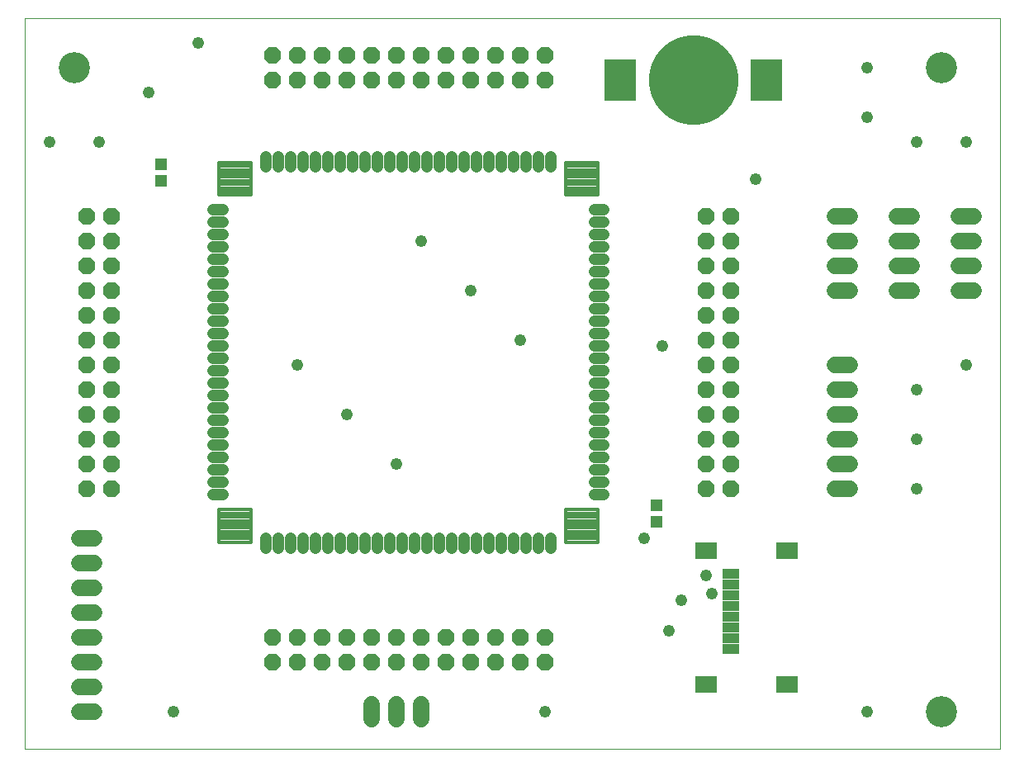
<source format=gts>
G75*
%MOIN*%
%OFA0B0*%
%FSLAX25Y25*%
%IPPOS*%
%LPD*%
%AMOC8*
5,1,8,0,0,1.08239X$1,22.5*
%
%ADD10C,0.00000*%
%ADD11C,0.12611*%
%ADD12C,0.06800*%
%ADD13OC8,0.06800*%
%ADD14C,0.01458*%
%ADD15C,0.04769*%
%ADD16C,0.36233*%
%ADD17R,0.12611X0.16548*%
%ADD18R,0.08674X0.06509*%
%ADD19R,0.06706X0.03950*%
%ADD20R,0.04737X0.05131*%
%ADD21C,0.04762*%
D10*
X0002200Y0007200D02*
X0002200Y0302161D01*
X0395901Y0302161D01*
X0395901Y0007200D01*
X0002200Y0007200D01*
X0016294Y0282200D02*
X0016296Y0282353D01*
X0016302Y0282507D01*
X0016312Y0282660D01*
X0016326Y0282812D01*
X0016344Y0282965D01*
X0016366Y0283116D01*
X0016391Y0283267D01*
X0016421Y0283418D01*
X0016455Y0283568D01*
X0016492Y0283716D01*
X0016533Y0283864D01*
X0016578Y0284010D01*
X0016627Y0284156D01*
X0016680Y0284300D01*
X0016736Y0284442D01*
X0016796Y0284583D01*
X0016860Y0284723D01*
X0016927Y0284861D01*
X0016998Y0284997D01*
X0017073Y0285131D01*
X0017150Y0285263D01*
X0017232Y0285393D01*
X0017316Y0285521D01*
X0017404Y0285647D01*
X0017495Y0285770D01*
X0017589Y0285891D01*
X0017687Y0286009D01*
X0017787Y0286125D01*
X0017891Y0286238D01*
X0017997Y0286349D01*
X0018106Y0286457D01*
X0018218Y0286562D01*
X0018332Y0286663D01*
X0018450Y0286762D01*
X0018569Y0286858D01*
X0018691Y0286951D01*
X0018816Y0287040D01*
X0018943Y0287127D01*
X0019072Y0287209D01*
X0019203Y0287289D01*
X0019336Y0287365D01*
X0019471Y0287438D01*
X0019608Y0287507D01*
X0019747Y0287572D01*
X0019887Y0287634D01*
X0020029Y0287692D01*
X0020172Y0287747D01*
X0020317Y0287798D01*
X0020463Y0287845D01*
X0020610Y0287888D01*
X0020758Y0287927D01*
X0020907Y0287963D01*
X0021057Y0287994D01*
X0021208Y0288022D01*
X0021359Y0288046D01*
X0021512Y0288066D01*
X0021664Y0288082D01*
X0021817Y0288094D01*
X0021970Y0288102D01*
X0022123Y0288106D01*
X0022277Y0288106D01*
X0022430Y0288102D01*
X0022583Y0288094D01*
X0022736Y0288082D01*
X0022888Y0288066D01*
X0023041Y0288046D01*
X0023192Y0288022D01*
X0023343Y0287994D01*
X0023493Y0287963D01*
X0023642Y0287927D01*
X0023790Y0287888D01*
X0023937Y0287845D01*
X0024083Y0287798D01*
X0024228Y0287747D01*
X0024371Y0287692D01*
X0024513Y0287634D01*
X0024653Y0287572D01*
X0024792Y0287507D01*
X0024929Y0287438D01*
X0025064Y0287365D01*
X0025197Y0287289D01*
X0025328Y0287209D01*
X0025457Y0287127D01*
X0025584Y0287040D01*
X0025709Y0286951D01*
X0025831Y0286858D01*
X0025950Y0286762D01*
X0026068Y0286663D01*
X0026182Y0286562D01*
X0026294Y0286457D01*
X0026403Y0286349D01*
X0026509Y0286238D01*
X0026613Y0286125D01*
X0026713Y0286009D01*
X0026811Y0285891D01*
X0026905Y0285770D01*
X0026996Y0285647D01*
X0027084Y0285521D01*
X0027168Y0285393D01*
X0027250Y0285263D01*
X0027327Y0285131D01*
X0027402Y0284997D01*
X0027473Y0284861D01*
X0027540Y0284723D01*
X0027604Y0284583D01*
X0027664Y0284442D01*
X0027720Y0284300D01*
X0027773Y0284156D01*
X0027822Y0284010D01*
X0027867Y0283864D01*
X0027908Y0283716D01*
X0027945Y0283568D01*
X0027979Y0283418D01*
X0028009Y0283267D01*
X0028034Y0283116D01*
X0028056Y0282965D01*
X0028074Y0282812D01*
X0028088Y0282660D01*
X0028098Y0282507D01*
X0028104Y0282353D01*
X0028106Y0282200D01*
X0028104Y0282047D01*
X0028098Y0281893D01*
X0028088Y0281740D01*
X0028074Y0281588D01*
X0028056Y0281435D01*
X0028034Y0281284D01*
X0028009Y0281133D01*
X0027979Y0280982D01*
X0027945Y0280832D01*
X0027908Y0280684D01*
X0027867Y0280536D01*
X0027822Y0280390D01*
X0027773Y0280244D01*
X0027720Y0280100D01*
X0027664Y0279958D01*
X0027604Y0279817D01*
X0027540Y0279677D01*
X0027473Y0279539D01*
X0027402Y0279403D01*
X0027327Y0279269D01*
X0027250Y0279137D01*
X0027168Y0279007D01*
X0027084Y0278879D01*
X0026996Y0278753D01*
X0026905Y0278630D01*
X0026811Y0278509D01*
X0026713Y0278391D01*
X0026613Y0278275D01*
X0026509Y0278162D01*
X0026403Y0278051D01*
X0026294Y0277943D01*
X0026182Y0277838D01*
X0026068Y0277737D01*
X0025950Y0277638D01*
X0025831Y0277542D01*
X0025709Y0277449D01*
X0025584Y0277360D01*
X0025457Y0277273D01*
X0025328Y0277191D01*
X0025197Y0277111D01*
X0025064Y0277035D01*
X0024929Y0276962D01*
X0024792Y0276893D01*
X0024653Y0276828D01*
X0024513Y0276766D01*
X0024371Y0276708D01*
X0024228Y0276653D01*
X0024083Y0276602D01*
X0023937Y0276555D01*
X0023790Y0276512D01*
X0023642Y0276473D01*
X0023493Y0276437D01*
X0023343Y0276406D01*
X0023192Y0276378D01*
X0023041Y0276354D01*
X0022888Y0276334D01*
X0022736Y0276318D01*
X0022583Y0276306D01*
X0022430Y0276298D01*
X0022277Y0276294D01*
X0022123Y0276294D01*
X0021970Y0276298D01*
X0021817Y0276306D01*
X0021664Y0276318D01*
X0021512Y0276334D01*
X0021359Y0276354D01*
X0021208Y0276378D01*
X0021057Y0276406D01*
X0020907Y0276437D01*
X0020758Y0276473D01*
X0020610Y0276512D01*
X0020463Y0276555D01*
X0020317Y0276602D01*
X0020172Y0276653D01*
X0020029Y0276708D01*
X0019887Y0276766D01*
X0019747Y0276828D01*
X0019608Y0276893D01*
X0019471Y0276962D01*
X0019336Y0277035D01*
X0019203Y0277111D01*
X0019072Y0277191D01*
X0018943Y0277273D01*
X0018816Y0277360D01*
X0018691Y0277449D01*
X0018569Y0277542D01*
X0018450Y0277638D01*
X0018332Y0277737D01*
X0018218Y0277838D01*
X0018106Y0277943D01*
X0017997Y0278051D01*
X0017891Y0278162D01*
X0017787Y0278275D01*
X0017687Y0278391D01*
X0017589Y0278509D01*
X0017495Y0278630D01*
X0017404Y0278753D01*
X0017316Y0278879D01*
X0017232Y0279007D01*
X0017150Y0279137D01*
X0017073Y0279269D01*
X0016998Y0279403D01*
X0016927Y0279539D01*
X0016860Y0279677D01*
X0016796Y0279817D01*
X0016736Y0279958D01*
X0016680Y0280100D01*
X0016627Y0280244D01*
X0016578Y0280390D01*
X0016533Y0280536D01*
X0016492Y0280684D01*
X0016455Y0280832D01*
X0016421Y0280982D01*
X0016391Y0281133D01*
X0016366Y0281284D01*
X0016344Y0281435D01*
X0016326Y0281588D01*
X0016312Y0281740D01*
X0016302Y0281893D01*
X0016296Y0282047D01*
X0016294Y0282200D01*
X0366294Y0282200D02*
X0366296Y0282353D01*
X0366302Y0282507D01*
X0366312Y0282660D01*
X0366326Y0282812D01*
X0366344Y0282965D01*
X0366366Y0283116D01*
X0366391Y0283267D01*
X0366421Y0283418D01*
X0366455Y0283568D01*
X0366492Y0283716D01*
X0366533Y0283864D01*
X0366578Y0284010D01*
X0366627Y0284156D01*
X0366680Y0284300D01*
X0366736Y0284442D01*
X0366796Y0284583D01*
X0366860Y0284723D01*
X0366927Y0284861D01*
X0366998Y0284997D01*
X0367073Y0285131D01*
X0367150Y0285263D01*
X0367232Y0285393D01*
X0367316Y0285521D01*
X0367404Y0285647D01*
X0367495Y0285770D01*
X0367589Y0285891D01*
X0367687Y0286009D01*
X0367787Y0286125D01*
X0367891Y0286238D01*
X0367997Y0286349D01*
X0368106Y0286457D01*
X0368218Y0286562D01*
X0368332Y0286663D01*
X0368450Y0286762D01*
X0368569Y0286858D01*
X0368691Y0286951D01*
X0368816Y0287040D01*
X0368943Y0287127D01*
X0369072Y0287209D01*
X0369203Y0287289D01*
X0369336Y0287365D01*
X0369471Y0287438D01*
X0369608Y0287507D01*
X0369747Y0287572D01*
X0369887Y0287634D01*
X0370029Y0287692D01*
X0370172Y0287747D01*
X0370317Y0287798D01*
X0370463Y0287845D01*
X0370610Y0287888D01*
X0370758Y0287927D01*
X0370907Y0287963D01*
X0371057Y0287994D01*
X0371208Y0288022D01*
X0371359Y0288046D01*
X0371512Y0288066D01*
X0371664Y0288082D01*
X0371817Y0288094D01*
X0371970Y0288102D01*
X0372123Y0288106D01*
X0372277Y0288106D01*
X0372430Y0288102D01*
X0372583Y0288094D01*
X0372736Y0288082D01*
X0372888Y0288066D01*
X0373041Y0288046D01*
X0373192Y0288022D01*
X0373343Y0287994D01*
X0373493Y0287963D01*
X0373642Y0287927D01*
X0373790Y0287888D01*
X0373937Y0287845D01*
X0374083Y0287798D01*
X0374228Y0287747D01*
X0374371Y0287692D01*
X0374513Y0287634D01*
X0374653Y0287572D01*
X0374792Y0287507D01*
X0374929Y0287438D01*
X0375064Y0287365D01*
X0375197Y0287289D01*
X0375328Y0287209D01*
X0375457Y0287127D01*
X0375584Y0287040D01*
X0375709Y0286951D01*
X0375831Y0286858D01*
X0375950Y0286762D01*
X0376068Y0286663D01*
X0376182Y0286562D01*
X0376294Y0286457D01*
X0376403Y0286349D01*
X0376509Y0286238D01*
X0376613Y0286125D01*
X0376713Y0286009D01*
X0376811Y0285891D01*
X0376905Y0285770D01*
X0376996Y0285647D01*
X0377084Y0285521D01*
X0377168Y0285393D01*
X0377250Y0285263D01*
X0377327Y0285131D01*
X0377402Y0284997D01*
X0377473Y0284861D01*
X0377540Y0284723D01*
X0377604Y0284583D01*
X0377664Y0284442D01*
X0377720Y0284300D01*
X0377773Y0284156D01*
X0377822Y0284010D01*
X0377867Y0283864D01*
X0377908Y0283716D01*
X0377945Y0283568D01*
X0377979Y0283418D01*
X0378009Y0283267D01*
X0378034Y0283116D01*
X0378056Y0282965D01*
X0378074Y0282812D01*
X0378088Y0282660D01*
X0378098Y0282507D01*
X0378104Y0282353D01*
X0378106Y0282200D01*
X0378104Y0282047D01*
X0378098Y0281893D01*
X0378088Y0281740D01*
X0378074Y0281588D01*
X0378056Y0281435D01*
X0378034Y0281284D01*
X0378009Y0281133D01*
X0377979Y0280982D01*
X0377945Y0280832D01*
X0377908Y0280684D01*
X0377867Y0280536D01*
X0377822Y0280390D01*
X0377773Y0280244D01*
X0377720Y0280100D01*
X0377664Y0279958D01*
X0377604Y0279817D01*
X0377540Y0279677D01*
X0377473Y0279539D01*
X0377402Y0279403D01*
X0377327Y0279269D01*
X0377250Y0279137D01*
X0377168Y0279007D01*
X0377084Y0278879D01*
X0376996Y0278753D01*
X0376905Y0278630D01*
X0376811Y0278509D01*
X0376713Y0278391D01*
X0376613Y0278275D01*
X0376509Y0278162D01*
X0376403Y0278051D01*
X0376294Y0277943D01*
X0376182Y0277838D01*
X0376068Y0277737D01*
X0375950Y0277638D01*
X0375831Y0277542D01*
X0375709Y0277449D01*
X0375584Y0277360D01*
X0375457Y0277273D01*
X0375328Y0277191D01*
X0375197Y0277111D01*
X0375064Y0277035D01*
X0374929Y0276962D01*
X0374792Y0276893D01*
X0374653Y0276828D01*
X0374513Y0276766D01*
X0374371Y0276708D01*
X0374228Y0276653D01*
X0374083Y0276602D01*
X0373937Y0276555D01*
X0373790Y0276512D01*
X0373642Y0276473D01*
X0373493Y0276437D01*
X0373343Y0276406D01*
X0373192Y0276378D01*
X0373041Y0276354D01*
X0372888Y0276334D01*
X0372736Y0276318D01*
X0372583Y0276306D01*
X0372430Y0276298D01*
X0372277Y0276294D01*
X0372123Y0276294D01*
X0371970Y0276298D01*
X0371817Y0276306D01*
X0371664Y0276318D01*
X0371512Y0276334D01*
X0371359Y0276354D01*
X0371208Y0276378D01*
X0371057Y0276406D01*
X0370907Y0276437D01*
X0370758Y0276473D01*
X0370610Y0276512D01*
X0370463Y0276555D01*
X0370317Y0276602D01*
X0370172Y0276653D01*
X0370029Y0276708D01*
X0369887Y0276766D01*
X0369747Y0276828D01*
X0369608Y0276893D01*
X0369471Y0276962D01*
X0369336Y0277035D01*
X0369203Y0277111D01*
X0369072Y0277191D01*
X0368943Y0277273D01*
X0368816Y0277360D01*
X0368691Y0277449D01*
X0368569Y0277542D01*
X0368450Y0277638D01*
X0368332Y0277737D01*
X0368218Y0277838D01*
X0368106Y0277943D01*
X0367997Y0278051D01*
X0367891Y0278162D01*
X0367787Y0278275D01*
X0367687Y0278391D01*
X0367589Y0278509D01*
X0367495Y0278630D01*
X0367404Y0278753D01*
X0367316Y0278879D01*
X0367232Y0279007D01*
X0367150Y0279137D01*
X0367073Y0279269D01*
X0366998Y0279403D01*
X0366927Y0279539D01*
X0366860Y0279677D01*
X0366796Y0279817D01*
X0366736Y0279958D01*
X0366680Y0280100D01*
X0366627Y0280244D01*
X0366578Y0280390D01*
X0366533Y0280536D01*
X0366492Y0280684D01*
X0366455Y0280832D01*
X0366421Y0280982D01*
X0366391Y0281133D01*
X0366366Y0281284D01*
X0366344Y0281435D01*
X0366326Y0281588D01*
X0366312Y0281740D01*
X0366302Y0281893D01*
X0366296Y0282047D01*
X0366294Y0282200D01*
X0366294Y0022200D02*
X0366296Y0022353D01*
X0366302Y0022507D01*
X0366312Y0022660D01*
X0366326Y0022812D01*
X0366344Y0022965D01*
X0366366Y0023116D01*
X0366391Y0023267D01*
X0366421Y0023418D01*
X0366455Y0023568D01*
X0366492Y0023716D01*
X0366533Y0023864D01*
X0366578Y0024010D01*
X0366627Y0024156D01*
X0366680Y0024300D01*
X0366736Y0024442D01*
X0366796Y0024583D01*
X0366860Y0024723D01*
X0366927Y0024861D01*
X0366998Y0024997D01*
X0367073Y0025131D01*
X0367150Y0025263D01*
X0367232Y0025393D01*
X0367316Y0025521D01*
X0367404Y0025647D01*
X0367495Y0025770D01*
X0367589Y0025891D01*
X0367687Y0026009D01*
X0367787Y0026125D01*
X0367891Y0026238D01*
X0367997Y0026349D01*
X0368106Y0026457D01*
X0368218Y0026562D01*
X0368332Y0026663D01*
X0368450Y0026762D01*
X0368569Y0026858D01*
X0368691Y0026951D01*
X0368816Y0027040D01*
X0368943Y0027127D01*
X0369072Y0027209D01*
X0369203Y0027289D01*
X0369336Y0027365D01*
X0369471Y0027438D01*
X0369608Y0027507D01*
X0369747Y0027572D01*
X0369887Y0027634D01*
X0370029Y0027692D01*
X0370172Y0027747D01*
X0370317Y0027798D01*
X0370463Y0027845D01*
X0370610Y0027888D01*
X0370758Y0027927D01*
X0370907Y0027963D01*
X0371057Y0027994D01*
X0371208Y0028022D01*
X0371359Y0028046D01*
X0371512Y0028066D01*
X0371664Y0028082D01*
X0371817Y0028094D01*
X0371970Y0028102D01*
X0372123Y0028106D01*
X0372277Y0028106D01*
X0372430Y0028102D01*
X0372583Y0028094D01*
X0372736Y0028082D01*
X0372888Y0028066D01*
X0373041Y0028046D01*
X0373192Y0028022D01*
X0373343Y0027994D01*
X0373493Y0027963D01*
X0373642Y0027927D01*
X0373790Y0027888D01*
X0373937Y0027845D01*
X0374083Y0027798D01*
X0374228Y0027747D01*
X0374371Y0027692D01*
X0374513Y0027634D01*
X0374653Y0027572D01*
X0374792Y0027507D01*
X0374929Y0027438D01*
X0375064Y0027365D01*
X0375197Y0027289D01*
X0375328Y0027209D01*
X0375457Y0027127D01*
X0375584Y0027040D01*
X0375709Y0026951D01*
X0375831Y0026858D01*
X0375950Y0026762D01*
X0376068Y0026663D01*
X0376182Y0026562D01*
X0376294Y0026457D01*
X0376403Y0026349D01*
X0376509Y0026238D01*
X0376613Y0026125D01*
X0376713Y0026009D01*
X0376811Y0025891D01*
X0376905Y0025770D01*
X0376996Y0025647D01*
X0377084Y0025521D01*
X0377168Y0025393D01*
X0377250Y0025263D01*
X0377327Y0025131D01*
X0377402Y0024997D01*
X0377473Y0024861D01*
X0377540Y0024723D01*
X0377604Y0024583D01*
X0377664Y0024442D01*
X0377720Y0024300D01*
X0377773Y0024156D01*
X0377822Y0024010D01*
X0377867Y0023864D01*
X0377908Y0023716D01*
X0377945Y0023568D01*
X0377979Y0023418D01*
X0378009Y0023267D01*
X0378034Y0023116D01*
X0378056Y0022965D01*
X0378074Y0022812D01*
X0378088Y0022660D01*
X0378098Y0022507D01*
X0378104Y0022353D01*
X0378106Y0022200D01*
X0378104Y0022047D01*
X0378098Y0021893D01*
X0378088Y0021740D01*
X0378074Y0021588D01*
X0378056Y0021435D01*
X0378034Y0021284D01*
X0378009Y0021133D01*
X0377979Y0020982D01*
X0377945Y0020832D01*
X0377908Y0020684D01*
X0377867Y0020536D01*
X0377822Y0020390D01*
X0377773Y0020244D01*
X0377720Y0020100D01*
X0377664Y0019958D01*
X0377604Y0019817D01*
X0377540Y0019677D01*
X0377473Y0019539D01*
X0377402Y0019403D01*
X0377327Y0019269D01*
X0377250Y0019137D01*
X0377168Y0019007D01*
X0377084Y0018879D01*
X0376996Y0018753D01*
X0376905Y0018630D01*
X0376811Y0018509D01*
X0376713Y0018391D01*
X0376613Y0018275D01*
X0376509Y0018162D01*
X0376403Y0018051D01*
X0376294Y0017943D01*
X0376182Y0017838D01*
X0376068Y0017737D01*
X0375950Y0017638D01*
X0375831Y0017542D01*
X0375709Y0017449D01*
X0375584Y0017360D01*
X0375457Y0017273D01*
X0375328Y0017191D01*
X0375197Y0017111D01*
X0375064Y0017035D01*
X0374929Y0016962D01*
X0374792Y0016893D01*
X0374653Y0016828D01*
X0374513Y0016766D01*
X0374371Y0016708D01*
X0374228Y0016653D01*
X0374083Y0016602D01*
X0373937Y0016555D01*
X0373790Y0016512D01*
X0373642Y0016473D01*
X0373493Y0016437D01*
X0373343Y0016406D01*
X0373192Y0016378D01*
X0373041Y0016354D01*
X0372888Y0016334D01*
X0372736Y0016318D01*
X0372583Y0016306D01*
X0372430Y0016298D01*
X0372277Y0016294D01*
X0372123Y0016294D01*
X0371970Y0016298D01*
X0371817Y0016306D01*
X0371664Y0016318D01*
X0371512Y0016334D01*
X0371359Y0016354D01*
X0371208Y0016378D01*
X0371057Y0016406D01*
X0370907Y0016437D01*
X0370758Y0016473D01*
X0370610Y0016512D01*
X0370463Y0016555D01*
X0370317Y0016602D01*
X0370172Y0016653D01*
X0370029Y0016708D01*
X0369887Y0016766D01*
X0369747Y0016828D01*
X0369608Y0016893D01*
X0369471Y0016962D01*
X0369336Y0017035D01*
X0369203Y0017111D01*
X0369072Y0017191D01*
X0368943Y0017273D01*
X0368816Y0017360D01*
X0368691Y0017449D01*
X0368569Y0017542D01*
X0368450Y0017638D01*
X0368332Y0017737D01*
X0368218Y0017838D01*
X0368106Y0017943D01*
X0367997Y0018051D01*
X0367891Y0018162D01*
X0367787Y0018275D01*
X0367687Y0018391D01*
X0367589Y0018509D01*
X0367495Y0018630D01*
X0367404Y0018753D01*
X0367316Y0018879D01*
X0367232Y0019007D01*
X0367150Y0019137D01*
X0367073Y0019269D01*
X0366998Y0019403D01*
X0366927Y0019539D01*
X0366860Y0019677D01*
X0366796Y0019817D01*
X0366736Y0019958D01*
X0366680Y0020100D01*
X0366627Y0020244D01*
X0366578Y0020390D01*
X0366533Y0020536D01*
X0366492Y0020684D01*
X0366455Y0020832D01*
X0366421Y0020982D01*
X0366391Y0021133D01*
X0366366Y0021284D01*
X0366344Y0021435D01*
X0366326Y0021588D01*
X0366312Y0021740D01*
X0366302Y0021893D01*
X0366296Y0022047D01*
X0366294Y0022200D01*
D11*
X0372200Y0022200D03*
X0372200Y0282200D03*
X0022200Y0282200D03*
D12*
X0024200Y0092200D02*
X0030200Y0092200D01*
X0030200Y0082200D02*
X0024200Y0082200D01*
X0024200Y0072200D02*
X0030200Y0072200D01*
X0030200Y0062200D02*
X0024200Y0062200D01*
X0024200Y0052200D02*
X0030200Y0052200D01*
X0030200Y0042200D02*
X0024200Y0042200D01*
X0024200Y0032200D02*
X0030200Y0032200D01*
X0030200Y0022200D02*
X0024200Y0022200D01*
X0142200Y0019200D02*
X0142200Y0025200D01*
X0152200Y0025200D02*
X0152200Y0019200D01*
X0162200Y0019200D02*
X0162200Y0025200D01*
X0329200Y0112200D02*
X0335200Y0112200D01*
X0335200Y0122200D02*
X0329200Y0122200D01*
X0329200Y0132200D02*
X0335200Y0132200D01*
X0335200Y0142200D02*
X0329200Y0142200D01*
X0329200Y0152200D02*
X0335200Y0152200D01*
X0335200Y0162200D02*
X0329200Y0162200D01*
X0329200Y0192200D02*
X0335200Y0192200D01*
X0335200Y0202200D02*
X0329200Y0202200D01*
X0329200Y0212200D02*
X0335200Y0212200D01*
X0335200Y0222200D02*
X0329200Y0222200D01*
X0354200Y0222200D02*
X0360200Y0222200D01*
X0360200Y0212200D02*
X0354200Y0212200D01*
X0354200Y0202200D02*
X0360200Y0202200D01*
X0360200Y0192200D02*
X0354200Y0192200D01*
X0379200Y0192200D02*
X0385200Y0192200D01*
X0385200Y0202200D02*
X0379200Y0202200D01*
X0379200Y0212200D02*
X0385200Y0212200D01*
X0385200Y0222200D02*
X0379200Y0222200D01*
D13*
X0287200Y0222200D03*
X0277200Y0222200D03*
X0277200Y0212200D03*
X0287200Y0212200D03*
X0287200Y0202200D03*
X0277200Y0202200D03*
X0277200Y0192200D03*
X0287200Y0192200D03*
X0287200Y0182200D03*
X0277200Y0182200D03*
X0277200Y0172200D03*
X0287200Y0172200D03*
X0287200Y0162200D03*
X0277200Y0162200D03*
X0277200Y0152200D03*
X0287200Y0152200D03*
X0287200Y0142200D03*
X0277200Y0142200D03*
X0277200Y0132200D03*
X0287200Y0132200D03*
X0287200Y0122200D03*
X0277200Y0122200D03*
X0277200Y0112200D03*
X0287200Y0112200D03*
X0212200Y0052200D03*
X0212200Y0042200D03*
X0202200Y0042200D03*
X0192200Y0042200D03*
X0192200Y0052200D03*
X0202200Y0052200D03*
X0182200Y0052200D03*
X0172200Y0052200D03*
X0172200Y0042200D03*
X0182200Y0042200D03*
X0162200Y0042200D03*
X0152200Y0042200D03*
X0152200Y0052200D03*
X0162200Y0052200D03*
X0142200Y0052200D03*
X0132200Y0052200D03*
X0132200Y0042200D03*
X0142200Y0042200D03*
X0122200Y0042200D03*
X0112200Y0042200D03*
X0112200Y0052200D03*
X0122200Y0052200D03*
X0102200Y0052200D03*
X0102200Y0042200D03*
X0037200Y0112200D03*
X0037200Y0122200D03*
X0037200Y0132200D03*
X0037200Y0142200D03*
X0037200Y0152200D03*
X0037200Y0162200D03*
X0037200Y0172200D03*
X0027200Y0172200D03*
X0027200Y0162200D03*
X0027200Y0152200D03*
X0027200Y0142200D03*
X0027200Y0132200D03*
X0027200Y0122200D03*
X0027200Y0112200D03*
X0027200Y0182200D03*
X0027200Y0192200D03*
X0027200Y0202200D03*
X0027200Y0212200D03*
X0027200Y0222200D03*
X0037200Y0222200D03*
X0037200Y0212200D03*
X0037200Y0202200D03*
X0037200Y0192200D03*
X0037200Y0182200D03*
X0102200Y0277200D03*
X0102200Y0287200D03*
X0112200Y0287200D03*
X0122200Y0287200D03*
X0122200Y0277200D03*
X0112200Y0277200D03*
X0132200Y0277200D03*
X0142200Y0277200D03*
X0142200Y0287200D03*
X0132200Y0287200D03*
X0152200Y0287200D03*
X0162200Y0287200D03*
X0162200Y0277200D03*
X0152200Y0277200D03*
X0172200Y0277200D03*
X0182200Y0277200D03*
X0182200Y0287200D03*
X0172200Y0287200D03*
X0192200Y0287200D03*
X0202200Y0287200D03*
X0202200Y0277200D03*
X0192200Y0277200D03*
X0212200Y0277200D03*
X0212200Y0287200D03*
D14*
X0220718Y0230718D02*
X0233840Y0230718D01*
X0220718Y0230718D02*
X0220718Y0243840D01*
X0233840Y0243840D01*
X0233840Y0230718D01*
X0233840Y0232175D02*
X0220718Y0232175D01*
X0220718Y0233632D02*
X0233840Y0233632D01*
X0233840Y0235089D02*
X0220718Y0235089D01*
X0220718Y0236546D02*
X0233840Y0236546D01*
X0233840Y0238003D02*
X0220718Y0238003D01*
X0220718Y0239460D02*
X0233840Y0239460D01*
X0233840Y0240917D02*
X0220718Y0240917D01*
X0220718Y0242374D02*
X0233840Y0242374D01*
X0233840Y0243831D02*
X0220718Y0243831D01*
X0093682Y0230718D02*
X0080560Y0230718D01*
X0080560Y0243840D01*
X0093682Y0243840D01*
X0093682Y0230718D01*
X0093682Y0232175D02*
X0080560Y0232175D01*
X0080560Y0233632D02*
X0093682Y0233632D01*
X0093682Y0235089D02*
X0080560Y0235089D01*
X0080560Y0236546D02*
X0093682Y0236546D01*
X0093682Y0238003D02*
X0080560Y0238003D01*
X0080560Y0239460D02*
X0093682Y0239460D01*
X0093682Y0240917D02*
X0080560Y0240917D01*
X0080560Y0242374D02*
X0093682Y0242374D01*
X0093682Y0243831D02*
X0080560Y0243831D01*
X0080560Y0090560D02*
X0093682Y0090560D01*
X0080560Y0090560D02*
X0080560Y0103682D01*
X0093682Y0103682D01*
X0093682Y0090560D01*
X0093682Y0092017D02*
X0080560Y0092017D01*
X0080560Y0093474D02*
X0093682Y0093474D01*
X0093682Y0094931D02*
X0080560Y0094931D01*
X0080560Y0096388D02*
X0093682Y0096388D01*
X0093682Y0097845D02*
X0080560Y0097845D01*
X0080560Y0099302D02*
X0093682Y0099302D01*
X0093682Y0100759D02*
X0080560Y0100759D01*
X0080560Y0102216D02*
X0093682Y0102216D01*
X0093682Y0103673D02*
X0080560Y0103673D01*
X0220718Y0090560D02*
X0233840Y0090560D01*
X0220718Y0090560D02*
X0220718Y0103682D01*
X0233840Y0103682D01*
X0233840Y0090560D01*
X0233840Y0092017D02*
X0220718Y0092017D01*
X0220718Y0093474D02*
X0233840Y0093474D01*
X0233840Y0094931D02*
X0220718Y0094931D01*
X0220718Y0096388D02*
X0233840Y0096388D01*
X0233840Y0097845D02*
X0220718Y0097845D01*
X0220718Y0099302D02*
X0233840Y0099302D01*
X0233840Y0100759D02*
X0220718Y0100759D01*
X0220718Y0102216D02*
X0233840Y0102216D01*
X0233840Y0103673D02*
X0220718Y0103673D01*
D15*
X0232200Y0109700D02*
X0236169Y0109700D01*
X0236169Y0114700D02*
X0232200Y0114700D01*
X0232200Y0119700D02*
X0236169Y0119700D01*
X0236169Y0124700D02*
X0232200Y0124700D01*
X0232200Y0129700D02*
X0236169Y0129700D01*
X0236169Y0134700D02*
X0232200Y0134700D01*
X0232200Y0139700D02*
X0236169Y0139700D01*
X0236169Y0144700D02*
X0232200Y0144700D01*
X0232200Y0149700D02*
X0236169Y0149700D01*
X0236169Y0154700D02*
X0232200Y0154700D01*
X0232200Y0159700D02*
X0236169Y0159700D01*
X0236169Y0164700D02*
X0232200Y0164700D01*
X0232200Y0169700D02*
X0236169Y0169700D01*
X0236169Y0174700D02*
X0232200Y0174700D01*
X0232200Y0179700D02*
X0236169Y0179700D01*
X0236169Y0184700D02*
X0232200Y0184700D01*
X0232200Y0189700D02*
X0236169Y0189700D01*
X0236169Y0194700D02*
X0232200Y0194700D01*
X0232200Y0199700D02*
X0236169Y0199700D01*
X0236169Y0204700D02*
X0232200Y0204700D01*
X0232200Y0209700D02*
X0236169Y0209700D01*
X0236169Y0214700D02*
X0232200Y0214700D01*
X0232200Y0219700D02*
X0236169Y0219700D01*
X0236169Y0224700D02*
X0232200Y0224700D01*
X0214700Y0242200D02*
X0214700Y0246169D01*
X0209700Y0246169D02*
X0209700Y0242200D01*
X0204700Y0242200D02*
X0204700Y0246169D01*
X0199700Y0246169D02*
X0199700Y0242200D01*
X0194700Y0242200D02*
X0194700Y0246169D01*
X0189700Y0246169D02*
X0189700Y0242200D01*
X0184700Y0242200D02*
X0184700Y0246169D01*
X0179700Y0246169D02*
X0179700Y0242200D01*
X0174700Y0242200D02*
X0174700Y0246169D01*
X0169700Y0246169D02*
X0169700Y0242200D01*
X0164700Y0242200D02*
X0164700Y0246169D01*
X0159700Y0246169D02*
X0159700Y0242200D01*
X0154700Y0242200D02*
X0154700Y0246169D01*
X0149700Y0246169D02*
X0149700Y0242200D01*
X0144700Y0242200D02*
X0144700Y0246169D01*
X0139700Y0246169D02*
X0139700Y0242200D01*
X0134700Y0242200D02*
X0134700Y0246169D01*
X0129700Y0246169D02*
X0129700Y0242200D01*
X0124700Y0242200D02*
X0124700Y0246169D01*
X0119700Y0246169D02*
X0119700Y0242200D01*
X0114700Y0242200D02*
X0114700Y0246169D01*
X0109700Y0246169D02*
X0109700Y0242200D01*
X0104700Y0242200D02*
X0104700Y0246169D01*
X0099700Y0246169D02*
X0099700Y0242200D01*
X0082200Y0224700D02*
X0078231Y0224700D01*
X0078231Y0219700D02*
X0082200Y0219700D01*
X0082200Y0214700D02*
X0078231Y0214700D01*
X0078231Y0209700D02*
X0082200Y0209700D01*
X0082200Y0204700D02*
X0078231Y0204700D01*
X0078231Y0199700D02*
X0082200Y0199700D01*
X0082200Y0194700D02*
X0078231Y0194700D01*
X0078231Y0189700D02*
X0082200Y0189700D01*
X0082200Y0184700D02*
X0078231Y0184700D01*
X0078231Y0179700D02*
X0082200Y0179700D01*
X0082200Y0174700D02*
X0078231Y0174700D01*
X0078231Y0169700D02*
X0082200Y0169700D01*
X0082200Y0164700D02*
X0078231Y0164700D01*
X0078231Y0159700D02*
X0082200Y0159700D01*
X0082200Y0154700D02*
X0078231Y0154700D01*
X0078231Y0149700D02*
X0082200Y0149700D01*
X0082200Y0144700D02*
X0078231Y0144700D01*
X0078231Y0139700D02*
X0082200Y0139700D01*
X0082200Y0134700D02*
X0078231Y0134700D01*
X0078231Y0129700D02*
X0082200Y0129700D01*
X0082200Y0124700D02*
X0078231Y0124700D01*
X0078231Y0119700D02*
X0082200Y0119700D01*
X0082200Y0114700D02*
X0078231Y0114700D01*
X0078231Y0109700D02*
X0082200Y0109700D01*
X0099700Y0092200D02*
X0099700Y0088231D01*
X0104700Y0088231D02*
X0104700Y0092200D01*
X0109700Y0092200D02*
X0109700Y0088231D01*
X0114700Y0088231D02*
X0114700Y0092200D01*
X0119700Y0092200D02*
X0119700Y0088231D01*
X0124700Y0088231D02*
X0124700Y0092200D01*
X0129700Y0092200D02*
X0129700Y0088231D01*
X0134700Y0088231D02*
X0134700Y0092200D01*
X0139700Y0092200D02*
X0139700Y0088231D01*
X0144700Y0088231D02*
X0144700Y0092200D01*
X0149700Y0092200D02*
X0149700Y0088231D01*
X0154700Y0088231D02*
X0154700Y0092200D01*
X0159700Y0092200D02*
X0159700Y0088231D01*
X0164700Y0088231D02*
X0164700Y0092200D01*
X0169700Y0092200D02*
X0169700Y0088231D01*
X0174700Y0088231D02*
X0174700Y0092200D01*
X0179700Y0092200D02*
X0179700Y0088231D01*
X0184700Y0088231D02*
X0184700Y0092200D01*
X0189700Y0092200D02*
X0189700Y0088231D01*
X0194700Y0088231D02*
X0194700Y0092200D01*
X0199700Y0092200D02*
X0199700Y0088231D01*
X0204700Y0088231D02*
X0204700Y0092200D01*
X0209700Y0092200D02*
X0209700Y0088231D01*
X0214700Y0088231D02*
X0214700Y0092200D01*
D16*
X0272200Y0277200D03*
D17*
X0301728Y0277200D03*
X0242672Y0277200D03*
D18*
X0277200Y0087200D03*
X0309877Y0087200D03*
X0309877Y0033066D03*
X0277200Y0033066D03*
D19*
X0287436Y0047515D03*
X0287436Y0051846D03*
X0287436Y0056176D03*
X0287436Y0060507D03*
X0287436Y0064838D03*
X0287436Y0069169D03*
X0287436Y0073499D03*
X0287436Y0077830D03*
D20*
X0257200Y0098854D03*
X0257200Y0105546D03*
X0057200Y0236354D03*
X0057200Y0243046D03*
D21*
X0032200Y0252200D03*
X0012200Y0252200D03*
X0052200Y0272200D03*
X0072200Y0292200D03*
X0162200Y0212200D03*
X0182200Y0192200D03*
X0202200Y0172200D03*
X0259700Y0169700D03*
X0297200Y0237200D03*
X0342200Y0262200D03*
X0362200Y0252200D03*
X0382200Y0252200D03*
X0342200Y0282200D03*
X0382200Y0162200D03*
X0362200Y0152200D03*
X0362200Y0132200D03*
X0362200Y0112200D03*
X0279700Y0069700D03*
X0277200Y0077200D03*
X0267200Y0067200D03*
X0262200Y0054700D03*
X0252200Y0092200D03*
X0212200Y0022200D03*
X0152200Y0122200D03*
X0132200Y0142200D03*
X0112200Y0162200D03*
X0062200Y0022200D03*
X0342200Y0022200D03*
M02*

</source>
